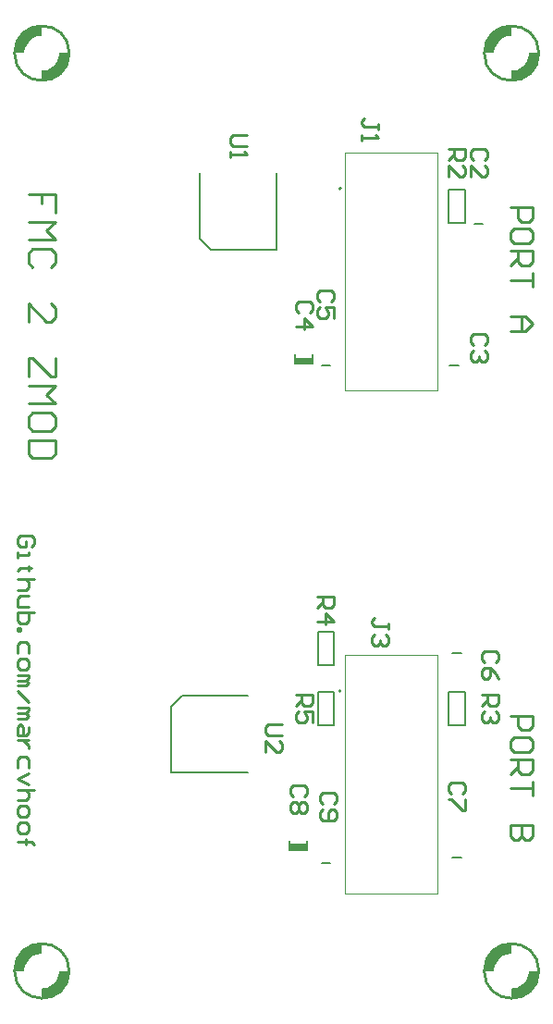
<source format=gbr>
%TF.GenerationSoftware,Altium Limited,Altium Designer,21.5.1 (32)*%
G04 Layer_Color=65535*
%FSLAX45Y45*%
%MOMM*%
%TF.SameCoordinates,51D5493F-A844-4614-94AE-4B196E198A34*%
%TF.FilePolarity,Positive*%
%TF.FileFunction,Legend,Top*%
%TF.Part,Single*%
G01*
G75*
%TA.AperFunction,NonConductor*%
%ADD33C,0.19990*%
%ADD34C,0.25400*%
%ADD42C,0.20000*%
%ADD43C,0.10008*%
%ADD44C,0.16000*%
%ADD45C,0.22000*%
%ADD46R,1.60000X0.55000*%
%ADD47R,1.60000X0.55000*%
G36*
X400000Y560024D02*
X384345Y559166D01*
X353656Y552917D01*
X324757Y540844D01*
X298742Y523404D01*
X276596Y501258D01*
X259156Y475243D01*
X247083Y446344D01*
X240834Y415654D01*
X239976Y399999D01*
Y400000D01*
X150000D01*
Y424622D01*
X159608Y472921D01*
X178453Y518418D01*
X205812Y559363D01*
X240634Y594185D01*
X281579Y621544D01*
X327076Y640389D01*
X375374Y649997D01*
X399997D01*
X399997Y649997D01*
X400000Y560024D01*
D02*
G37*
G36*
X560024Y400000D02*
X650000Y400000D01*
Y375377D01*
X640392Y327079D01*
X621547Y281582D01*
X594188Y240637D01*
X559366Y205815D01*
X518421Y178456D01*
X472924Y159611D01*
X424625Y150003D01*
X400003D01*
X399999Y239976D01*
X415654Y240834D01*
X446344Y247083D01*
X475243Y259156D01*
X501258Y276596D01*
X523404Y298742D01*
X540844Y324757D01*
X552916Y353656D01*
X559166Y384346D01*
X560024Y400000D01*
X560024Y400000D01*
D02*
G37*
G36*
X4700001Y560024D02*
X4684345Y559166D01*
X4653656Y552917D01*
X4624757Y540844D01*
X4598742Y523404D01*
X4576596Y501258D01*
X4559156Y475243D01*
X4547083Y446344D01*
X4540834Y415654D01*
X4539976Y399999D01*
Y400000D01*
X4450000D01*
Y424622D01*
X4459608Y472921D01*
X4478453Y518418D01*
X4505812Y559363D01*
X4540634Y594185D01*
X4581579Y621544D01*
X4627076Y640389D01*
X4675374Y649997D01*
X4699997D01*
X4699997Y649997D01*
X4700001Y560024D01*
D02*
G37*
G36*
X4860024Y400000D02*
X4950000Y400000D01*
Y375377D01*
X4940392Y327079D01*
X4921547Y281582D01*
X4894188Y240637D01*
X4859366Y205815D01*
X4818421Y178456D01*
X4772924Y159611D01*
X4724625Y150003D01*
X4700003D01*
X4699999Y239976D01*
X4715654Y240834D01*
X4746344Y247083D01*
X4775243Y259156D01*
X4801258Y276596D01*
X4823404Y298742D01*
X4840844Y324757D01*
X4852916Y353656D01*
X4859166Y384346D01*
X4860024Y400000D01*
X4860024Y400000D01*
D02*
G37*
G36*
X400000Y8960024D02*
X384345Y8959166D01*
X353656Y8952917D01*
X324757Y8940844D01*
X298742Y8923404D01*
X276596Y8901258D01*
X259156Y8875243D01*
X247083Y8846344D01*
X240834Y8815654D01*
X239976Y8799999D01*
Y8800000D01*
X150000D01*
Y8824622D01*
X159608Y8872921D01*
X178453Y8918418D01*
X205812Y8959363D01*
X240634Y8994185D01*
X281579Y9021544D01*
X327076Y9040389D01*
X375374Y9049997D01*
X399997D01*
X399997Y9049997D01*
X400000Y8960024D01*
D02*
G37*
G36*
X560024Y8800000D02*
X650000Y8800000D01*
Y8775377D01*
X640392Y8727079D01*
X621547Y8681582D01*
X594188Y8640637D01*
X559366Y8605815D01*
X518421Y8578456D01*
X472924Y8559611D01*
X424625Y8550003D01*
X400003D01*
X399999Y8639976D01*
X415654Y8640834D01*
X446344Y8647083D01*
X475243Y8659156D01*
X501258Y8676596D01*
X523404Y8698742D01*
X540844Y8724757D01*
X552916Y8753656D01*
X559166Y8784346D01*
X560024Y8800000D01*
X560024Y8800000D01*
D02*
G37*
G36*
X4700001Y8960024D02*
X4684345Y8959166D01*
X4653656Y8952917D01*
X4624757Y8940844D01*
X4598742Y8923404D01*
X4576596Y8901258D01*
X4559156Y8875243D01*
X4547083Y8846344D01*
X4540834Y8815654D01*
X4539976Y8799999D01*
Y8800000D01*
X4450000D01*
Y8824622D01*
X4459608Y8872921D01*
X4478453Y8918418D01*
X4505812Y8959363D01*
X4540634Y8994185D01*
X4581579Y9021544D01*
X4627076Y9040389D01*
X4675374Y9049997D01*
X4699997D01*
X4699997Y9049997D01*
X4700001Y8960024D01*
D02*
G37*
G36*
X4860024Y8800000D02*
X4950000Y8800000D01*
Y8775377D01*
X4940392Y8727079D01*
X4921547Y8681582D01*
X4894188Y8640637D01*
X4859366Y8605815D01*
X4818421Y8578456D01*
X4772924Y8559611D01*
X4724625Y8550003D01*
X4700003D01*
X4699999Y8639976D01*
X4715654Y8640834D01*
X4746344Y8647083D01*
X4775243Y8659156D01*
X4801258Y8676596D01*
X4823404Y8698742D01*
X4840844Y8724757D01*
X4852916Y8753656D01*
X4859166Y8784346D01*
X4860024Y8800000D01*
X4860024Y8800000D01*
D02*
G37*
D33*
X3140006Y2962000D02*
G03*
X3140006Y2962000I-10008J0D01*
G01*
X3140006Y7562000D02*
G03*
X3140006Y7562000I-10008J0D01*
G01*
D34*
X650000Y400000D02*
G03*
X650000Y400000I-250000J0D01*
G01*
Y8800000D02*
G03*
X650000Y8800000I-250000J0D01*
G01*
X4950000D02*
G03*
X4950000Y8800000I-250000J0D01*
G01*
Y400000D02*
G03*
X4950000Y400000I-250000J0D01*
G01*
X2595728Y2653459D02*
X2468770D01*
X2443378Y2628067D01*
Y2577283D01*
X2468770Y2551892D01*
X2595728D01*
X2443378Y2399541D02*
Y2501108D01*
X2544945Y2399541D01*
X2570336D01*
X2595728Y2424933D01*
Y2475716D01*
X2570336Y2501108D01*
X2273074Y8051567D02*
X2146116D01*
X2120724Y8026175D01*
Y7975392D01*
X2146116Y7950000D01*
X2273074D01*
X2120724Y7899217D02*
Y7848433D01*
Y7873825D01*
X2273074D01*
X2247683Y7899217D01*
X2723825Y2926959D02*
X2876176D01*
Y2850784D01*
X2850784Y2825392D01*
X2800000D01*
X2774609Y2850784D01*
Y2926959D01*
Y2876176D02*
X2723825Y2825392D01*
X2876176Y2673041D02*
Y2774609D01*
X2800000D01*
X2825392Y2723825D01*
Y2698433D01*
X2800000Y2673041D01*
X2749217D01*
X2723825Y2698433D01*
Y2749217D01*
X2749217Y2774609D01*
X2923824Y3826959D02*
X3076175D01*
Y3750784D01*
X3050783Y3725392D01*
X3000000D01*
X2974608Y3750784D01*
Y3826959D01*
Y3776176D02*
X2923824Y3725392D01*
Y3598433D02*
X3076175D01*
X3000000Y3674608D01*
Y3573041D01*
X4423825Y2926959D02*
X4576175D01*
Y2850783D01*
X4550783Y2825392D01*
X4500000D01*
X4474608Y2850783D01*
Y2926959D01*
Y2876175D02*
X4423825Y2825392D01*
X4550783Y2774608D02*
X4576175Y2749216D01*
Y2698433D01*
X4550783Y2673041D01*
X4525392D01*
X4500000Y2698433D01*
Y2723825D01*
Y2698433D01*
X4474608Y2673041D01*
X4449216D01*
X4423825Y2698433D01*
Y2749216D01*
X4449216Y2774608D01*
X4123824Y7926960D02*
X4276175D01*
Y7850784D01*
X4250783Y7825392D01*
X4200000D01*
X4174608Y7850784D01*
Y7926960D01*
Y7876176D02*
X4123824Y7825392D01*
Y7673042D02*
Y7774609D01*
X4225392Y7673042D01*
X4250783D01*
X4276175Y7698433D01*
Y7749217D01*
X4250783Y7774609D01*
X3576176Y3525391D02*
Y3576175D01*
Y3550783D01*
X3449217D01*
X3423825Y3576175D01*
Y3601567D01*
X3449217Y3626959D01*
X3550784Y3474608D02*
X3576176Y3449216D01*
Y3398433D01*
X3550784Y3373041D01*
X3525392D01*
X3500000Y3398433D01*
Y3423824D01*
Y3398433D01*
X3474608Y3373041D01*
X3449217D01*
X3423825Y3398433D01*
Y3449216D01*
X3449217Y3474608D01*
X3476176Y8100000D02*
Y8150784D01*
Y8125392D01*
X3349217D01*
X3323825Y8150784D01*
Y8176175D01*
X3349217Y8201567D01*
X3323825Y8049216D02*
Y7998433D01*
Y8023824D01*
X3476176D01*
X3450784Y8049216D01*
X3075784Y1925391D02*
X3101176Y1950783D01*
Y2001567D01*
X3075784Y2026959D01*
X2974217D01*
X2948825Y2001567D01*
Y1950783D01*
X2974217Y1925391D01*
Y1874608D02*
X2948825Y1849216D01*
Y1798433D01*
X2974217Y1773041D01*
X3075784D01*
X3101176Y1798433D01*
Y1849216D01*
X3075784Y1874608D01*
X3050392D01*
X3025000Y1849216D01*
Y1773041D01*
X2800784Y2000392D02*
X2826175Y2025784D01*
Y2076567D01*
X2800784Y2101959D01*
X2699217D01*
X2673825Y2076567D01*
Y2025784D01*
X2699217Y2000392D01*
X2800784Y1949608D02*
X2826175Y1924216D01*
Y1873433D01*
X2800784Y1848041D01*
X2775392D01*
X2750000Y1873433D01*
X2724608Y1848041D01*
X2699217D01*
X2673825Y1873433D01*
Y1924216D01*
X2699217Y1949608D01*
X2724608D01*
X2750000Y1924216D01*
X2775392Y1949608D01*
X2800784D01*
X2750000Y1924216D02*
Y1873433D01*
X4248495Y2019037D02*
X4273887Y2044428D01*
Y2095212D01*
X4248495Y2120604D01*
X4146928D01*
X4121536Y2095212D01*
Y2044428D01*
X4146928Y2019037D01*
X4273887Y1968253D02*
Y1866686D01*
X4248495D01*
X4146928Y1968253D01*
X4121536D01*
X4550783Y3225391D02*
X4576175Y3250783D01*
Y3301567D01*
X4550783Y3326959D01*
X4449216D01*
X4423824Y3301567D01*
Y3250783D01*
X4449216Y3225391D01*
X4576175Y3073041D02*
X4550783Y3123824D01*
X4500000Y3174608D01*
X4449216D01*
X4423824Y3149216D01*
Y3098432D01*
X4449216Y3073041D01*
X4474608D01*
X4500000Y3098432D01*
Y3174608D01*
X3050783Y6525392D02*
X3076175Y6550784D01*
Y6601567D01*
X3050783Y6626959D01*
X2949216D01*
X2923824Y6601567D01*
Y6550784D01*
X2949216Y6525392D01*
X3076175Y6373041D02*
Y6474608D01*
X3000000D01*
X3025392Y6423825D01*
Y6398433D01*
X3000000Y6373041D01*
X2949216D01*
X2923824Y6398433D01*
Y6449216D01*
X2949216Y6474608D01*
X2850783Y6425392D02*
X2876175Y6450783D01*
Y6501567D01*
X2850783Y6526959D01*
X2749216D01*
X2723825Y6501567D01*
Y6450783D01*
X2749216Y6425392D01*
X2723825Y6298433D02*
X2876175D01*
X2800000Y6374608D01*
Y6273041D01*
X4450784Y6125392D02*
X4476175Y6150783D01*
Y6201567D01*
X4450784Y6226959D01*
X4349217D01*
X4323825Y6201567D01*
Y6150783D01*
X4349217Y6125392D01*
X4450784Y6074608D02*
X4476175Y6049216D01*
Y5998433D01*
X4450784Y5973041D01*
X4425392D01*
X4400000Y5998433D01*
Y6023825D01*
Y5998433D01*
X4374608Y5973041D01*
X4349217D01*
X4323825Y5998433D01*
Y6049216D01*
X4349217Y6074608D01*
X4450783Y7825392D02*
X4476175Y7850784D01*
Y7901567D01*
X4450783Y7926959D01*
X4349216D01*
X4323824Y7901567D01*
Y7850784D01*
X4349216Y7825392D01*
X4323824Y7673041D02*
Y7774608D01*
X4425392Y7673041D01*
X4450783D01*
X4476175Y7698433D01*
Y7749216D01*
X4450783Y7774608D01*
D42*
X2720000Y5960000D02*
Y6040000D01*
X2880000Y5960000D02*
Y6040000D01*
X2720000Y5960000D02*
X2880000D01*
X2670000Y1510000D02*
Y1590000D01*
X2830000Y1510000D02*
Y1590000D01*
X2670000Y1510000D02*
X2830000D01*
X1848007Y7100000D02*
Y7700000D01*
Y7100000D02*
X1948007Y7000000D01*
X2551993D01*
Y7700000D01*
X4160000Y3310000D02*
X4240000D01*
X2960000Y1390000D02*
X3040000D01*
X1687032Y2919103D02*
X2287032D01*
X1587032Y2819103D02*
X1687032Y2919103D01*
X1587032Y2215116D02*
Y2819103D01*
Y2215116D02*
X2287032D01*
X4360000Y7240000D02*
X4440000D01*
X4135000Y5940000D02*
X4215000D01*
X2960000D02*
X3040000D01*
X4160000Y1440000D02*
X4240000D01*
D43*
X3175007Y3288492D02*
X4024993D01*
X3175007Y1111508D02*
Y3288492D01*
Y1111508D02*
X4024993D01*
Y3288492D01*
X4024993Y5711509D02*
Y7888492D01*
X3175007Y5711509D02*
X4024993D01*
X3175007D02*
Y7888492D01*
X4024993D01*
D44*
X2925000Y3195000D02*
X3075000D01*
X2925000Y3505000D02*
X3075000D01*
Y3195000D02*
Y3505000D01*
X2925000Y3195000D02*
Y3505000D01*
X2925000Y2955000D02*
X3075000D01*
X2925000Y2645000D02*
X3075000D01*
X2925000D02*
Y2955000D01*
X3075000Y2645000D02*
Y2955000D01*
X4125000Y7555000D02*
X4275000D01*
X4125000Y7245000D02*
X4275000D01*
X4125000D02*
Y7555000D01*
X4275000Y7245000D02*
Y7555000D01*
X4125000Y2955000D02*
X4275000D01*
X4125000Y2645000D02*
X4275000D01*
X4125000D02*
Y2955000D01*
X4275000Y2645000D02*
Y2955000D01*
D45*
X524960Y7341330D02*
Y7507943D01*
X400000D01*
Y7424636D01*
Y7507943D01*
X275041D01*
Y7258023D02*
X524960D01*
X441654Y7174717D01*
X524960Y7091411D01*
X275041D01*
X483307Y6841491D02*
X524960Y6883144D01*
Y6966451D01*
X483307Y7008104D01*
X316694D01*
X275041Y6966451D01*
Y6883144D01*
X316694Y6841491D01*
X275041Y6341653D02*
Y6508266D01*
X441654Y6341653D01*
X483307D01*
X524960Y6383306D01*
Y6466612D01*
X483307Y6508266D01*
X524960Y6008427D02*
Y5841814D01*
X483307D01*
X316694Y6008427D01*
X275041D01*
Y5841814D01*
Y5758508D02*
X524960D01*
X441654Y5675202D01*
X524960Y5591895D01*
X275041D01*
X524960Y5383629D02*
Y5466935D01*
X483307Y5508589D01*
X316694D01*
X275041Y5466935D01*
Y5383629D01*
X316694Y5341976D01*
X483307D01*
X524960Y5383629D01*
Y5258669D02*
X275041D01*
Y5133710D01*
X316694Y5092057D01*
X483307D01*
X524960Y5133710D01*
Y5258669D01*
X4690868Y7391484D02*
X4890804D01*
Y7291516D01*
X4857481Y7258193D01*
X4790836D01*
X4757513Y7291516D01*
Y7391484D01*
X4890804Y7091580D02*
Y7158225D01*
X4857481Y7191548D01*
X4724191D01*
X4690868Y7158225D01*
Y7091580D01*
X4724191Y7058258D01*
X4857481D01*
X4890804Y7091580D01*
X4690868Y6991612D02*
X4890804D01*
Y6891645D01*
X4857481Y6858322D01*
X4790836D01*
X4757513Y6891645D01*
Y6991612D01*
Y6924967D02*
X4690868Y6858322D01*
X4890804Y6791677D02*
Y6658386D01*
Y6725032D01*
X4690868D01*
Y6391806D02*
X4824159D01*
X4890804Y6325161D01*
X4824159Y6258515D01*
X4690868D01*
X4790836D01*
Y6391806D01*
X4690868Y2736150D02*
X4890804D01*
Y2636182D01*
X4857481Y2602859D01*
X4790836D01*
X4757513Y2636182D01*
Y2736150D01*
X4890804Y2436246D02*
Y2502892D01*
X4857481Y2536214D01*
X4724190D01*
X4690868Y2502892D01*
Y2436246D01*
X4724190Y2402924D01*
X4857481D01*
X4890804Y2436246D01*
X4690868Y2336279D02*
X4890804D01*
Y2236311D01*
X4857481Y2202988D01*
X4790836D01*
X4757513Y2236311D01*
Y2336279D01*
Y2269634D02*
X4690868Y2202988D01*
X4890804Y2136343D02*
Y2003053D01*
Y2069698D01*
X4690868D01*
X4890804Y1736472D02*
X4690868D01*
Y1636504D01*
X4724190Y1603181D01*
X4757513D01*
X4790836Y1636504D01*
Y1736472D01*
Y1636504D01*
X4824158Y1603181D01*
X4857481D01*
X4890804Y1636504D01*
Y1736472D01*
X303984Y4283875D02*
X328976Y4308867D01*
Y4358851D01*
X303984Y4383843D01*
X204016D01*
X179024Y4358851D01*
Y4308867D01*
X204016Y4283875D01*
X254000D01*
Y4333859D01*
X179024Y4233891D02*
Y4183908D01*
Y4208900D01*
X278992D01*
Y4233891D01*
X303984Y4083940D02*
X278992D01*
Y4108932D01*
Y4058948D01*
Y4083940D01*
X204016D01*
X179024Y4058948D01*
X328976Y3983972D02*
X179024D01*
X254000D01*
X278992Y3958980D01*
Y3908996D01*
X254000Y3884005D01*
X179024D01*
X278992Y3834021D02*
X204016D01*
X179024Y3809029D01*
Y3734053D01*
X278992D01*
X328976Y3684069D02*
X179024D01*
Y3609094D01*
X204016Y3584102D01*
X229008D01*
X254000D01*
X278992Y3609094D01*
Y3684069D01*
X179024Y3534118D02*
X204016D01*
Y3509126D01*
X179024D01*
Y3534118D01*
X278992Y3309191D02*
Y3384166D01*
X254000Y3409158D01*
X204016D01*
X179024Y3384166D01*
Y3309191D01*
Y3234215D02*
Y3184231D01*
X204016Y3159239D01*
X254000D01*
X278992Y3184231D01*
Y3234215D01*
X254000Y3259207D01*
X204016D01*
X179024Y3234215D01*
Y3109255D02*
X278992D01*
Y3084264D01*
X254000Y3059272D01*
X179024D01*
X254000D01*
X278992Y3034280D01*
X254000Y3009288D01*
X179024D01*
Y2959304D02*
X278992Y2859336D01*
X179024Y2809353D02*
X278992D01*
Y2784361D01*
X254000Y2759369D01*
X179024D01*
X254000D01*
X278992Y2734377D01*
X254000Y2709385D01*
X179024D01*
X278992Y2634409D02*
Y2584425D01*
X254000Y2559434D01*
X179024D01*
Y2634409D01*
X204016Y2659401D01*
X229008Y2634409D01*
Y2559434D01*
X278992Y2509450D02*
X179024D01*
X229008D01*
X254000Y2484458D01*
X278992Y2459466D01*
Y2434474D01*
Y2259531D02*
Y2334506D01*
X254000Y2359498D01*
X204016D01*
X179024Y2334506D01*
Y2259531D01*
X278992Y2209547D02*
X179024Y2159563D01*
X278992Y2109579D01*
X328976Y2059595D02*
X179024D01*
X254000D01*
X278992Y2034604D01*
Y1984620D01*
X254000Y1959628D01*
X179024D01*
Y1884652D02*
Y1834668D01*
X204016Y1809676D01*
X254000D01*
X278992Y1834668D01*
Y1884652D01*
X254000Y1909644D01*
X204016D01*
X179024Y1884652D01*
Y1734701D02*
Y1684717D01*
X204016Y1659725D01*
X254000D01*
X278992Y1684717D01*
Y1734701D01*
X254000Y1759692D01*
X204016D01*
X179024Y1734701D01*
Y1584749D02*
X303984D01*
X254000D01*
Y1609741D01*
Y1559757D01*
Y1584749D01*
X303984D01*
X328976Y1559757D01*
D46*
X2799999Y5987498D02*
D03*
D47*
X2750000Y1537498D02*
D03*
%TF.MD5,71d03cf64f5316ecd9389f6427e24811*%
M02*

</source>
